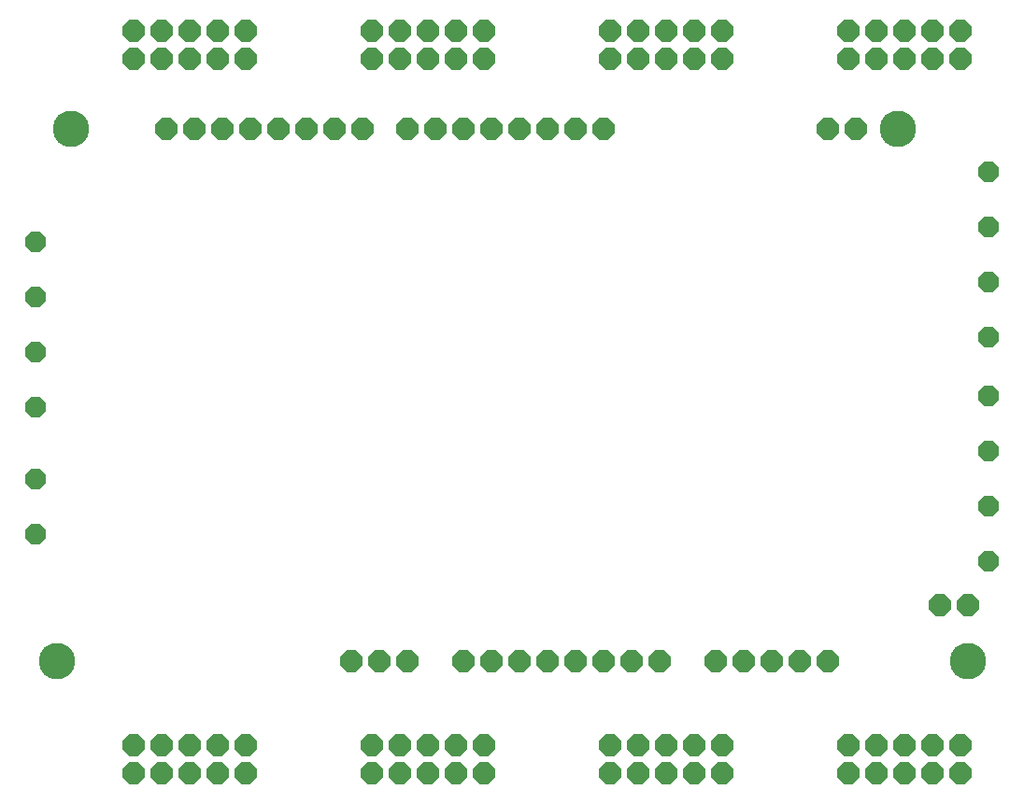
<source format=gbs>
G04 EAGLE Gerber X2 export*
%TF.Part,Single*%
%TF.FileFunction,Other,Bottom Soldermask*%
%TF.FilePolarity,Positive*%
%TF.GenerationSoftware,Autodesk,EAGLE,8.7.1*%
%TF.CreationDate,2018-04-02T18:03:59Z*%
G75*
%MOMM*%
%FSLAX34Y34*%
%LPD*%
%AMOC8*
5,1,8,0,0,1.08239X$1,22.5*%
G01*
%ADD10P,2.144431X8X112.500000*%
%ADD11C,3.301600*%
%ADD12P,2.048207X8X202.500000*%
%ADD13P,2.048207X8X22.500000*%
%ADD14P,2.144431X8X22.500000*%
%ADD15P,2.144431X8X202.500000*%


D10*
X704850Y139700D03*
X730250Y139700D03*
X755650Y139700D03*
X781050Y139700D03*
X679450Y139700D03*
X781050Y622300D03*
X806450Y622300D03*
X476250Y139700D03*
X501650Y139700D03*
X527050Y139700D03*
X552450Y139700D03*
X577850Y139700D03*
X603250Y139700D03*
X628650Y139700D03*
X450850Y139700D03*
X425450Y622300D03*
X450850Y622300D03*
X476250Y622300D03*
X501650Y622300D03*
X527050Y622300D03*
X552450Y622300D03*
X577850Y622300D03*
X400050Y622300D03*
X207010Y622300D03*
X232410Y622300D03*
X257810Y622300D03*
X283210Y622300D03*
X308610Y622300D03*
X334010Y622300D03*
X359410Y622300D03*
X181610Y622300D03*
X882650Y190500D03*
X908050Y190500D03*
X349250Y139700D03*
X374650Y139700D03*
X400050Y139700D03*
D11*
X95250Y622300D03*
X82550Y139700D03*
X844550Y622300D03*
X908050Y139700D03*
D12*
X927100Y433000D03*
X927100Y483000D03*
X927100Y533000D03*
X927100Y583000D03*
X927100Y229800D03*
X927100Y279800D03*
X927100Y329800D03*
X927100Y379800D03*
D13*
X63500Y519500D03*
X63500Y469500D03*
X63500Y419500D03*
X63500Y369500D03*
D14*
X800100Y685800D03*
X800100Y711200D03*
X825500Y685800D03*
X825500Y711200D03*
X850900Y685800D03*
X850900Y711200D03*
X876300Y685800D03*
X876300Y711200D03*
X901700Y685800D03*
X901700Y711200D03*
D15*
X901700Y63500D03*
X901700Y38100D03*
X876300Y63500D03*
X876300Y38100D03*
X850900Y63500D03*
X850900Y38100D03*
X825500Y63500D03*
X825500Y38100D03*
X800100Y63500D03*
X800100Y38100D03*
D14*
X584200Y685800D03*
X584200Y711200D03*
X609600Y685800D03*
X609600Y711200D03*
X635000Y685800D03*
X635000Y711200D03*
X660400Y685800D03*
X660400Y711200D03*
X685800Y685800D03*
X685800Y711200D03*
D15*
X685800Y63500D03*
X685800Y38100D03*
X660400Y63500D03*
X660400Y38100D03*
X635000Y63500D03*
X635000Y38100D03*
X609600Y63500D03*
X609600Y38100D03*
X584200Y63500D03*
X584200Y38100D03*
D14*
X368300Y685800D03*
X368300Y711200D03*
X393700Y685800D03*
X393700Y711200D03*
X419100Y685800D03*
X419100Y711200D03*
X444500Y685800D03*
X444500Y711200D03*
X469900Y685800D03*
X469900Y711200D03*
D15*
X469900Y63500D03*
X469900Y38100D03*
X444500Y63500D03*
X444500Y38100D03*
X419100Y63500D03*
X419100Y38100D03*
X393700Y63500D03*
X393700Y38100D03*
X368300Y63500D03*
X368300Y38100D03*
D14*
X152400Y685800D03*
X152400Y711200D03*
X177800Y685800D03*
X177800Y711200D03*
X203200Y685800D03*
X203200Y711200D03*
X228600Y685800D03*
X228600Y711200D03*
X254000Y685800D03*
X254000Y711200D03*
D15*
X254000Y63500D03*
X254000Y38100D03*
X228600Y63500D03*
X228600Y38100D03*
X203200Y63500D03*
X203200Y38100D03*
X177800Y63500D03*
X177800Y38100D03*
X152400Y63500D03*
X152400Y38100D03*
D13*
X63500Y304400D03*
X63500Y254400D03*
M02*

</source>
